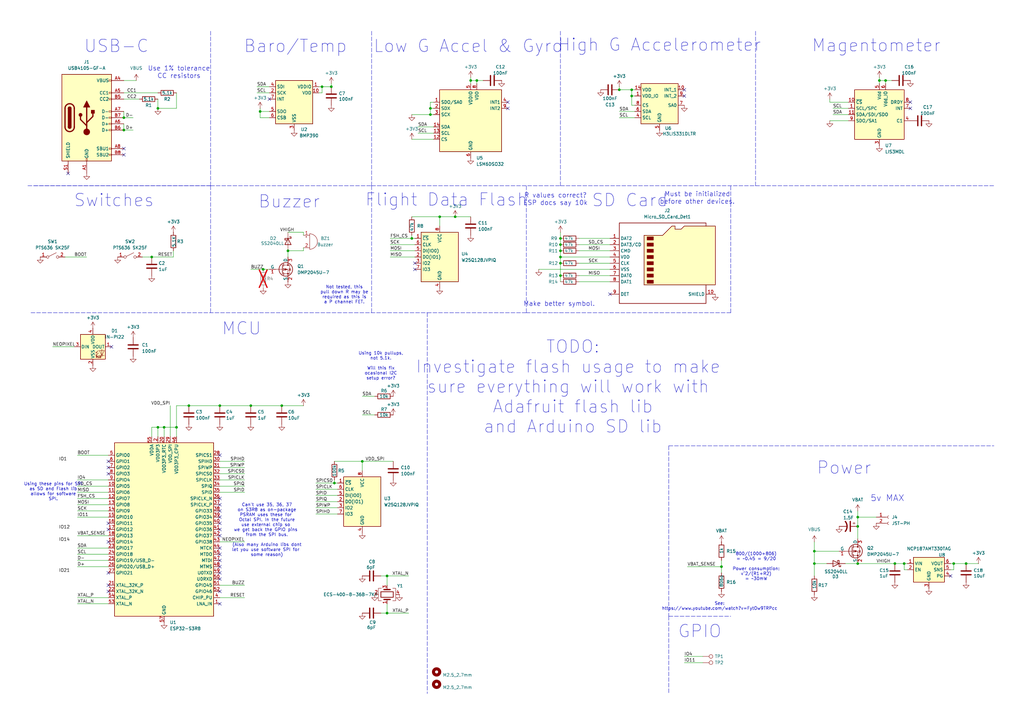
<source format=kicad_sch>
(kicad_sch (version 20231120) (generator "eeschema") (generator_version "8.0")
  (paper "A3")
  (title_block (title "Aerochungus Flight Recorder") (date "2024-10-29") (rev "R1") (company "Chungus Aerospace"))
  (junction (at 254 36.83))
  (junction (at 186.69 88.9))
  (junction (at 106.68 45.72))
  (junction (at 229.87 97.79))
  (junction (at 351.79 212.09))
  (junction (at 64.77 175.26))
  (junction (at 176.53 44.45))
  (junction (at 135.89 35.56))
  (junction (at 295.91 232.41))
  (junction (at 102.87 166.37))
  (junction (at 334.01 231.14))
  (junction (at 229.87 113.03))
  (junction (at 396.24 231.14))
  (junction (at 360.68 33.02))
  (junction (at 107.95 110.49))
  (junction (at 90.17 166.37))
  (junction (at 158.75 251.46))
  (junction (at 72.39 175.26))
  (junction (at 229.87 102.87))
  (junction (at 334.01 226.06))
  (junction (at 259.08 39.37))
  (junction (at 391.16 231.14))
  (junction (at 259.08 36.83))
  (junction (at 229.87 107.95))
  (junction (at 148.59 189.23))
  (junction (at 62.23 105.41))
  (junction (at 351.79 231.14))
  (junction (at 363.22 33.02))
  (junction (at 229.87 100.33))
  (junction (at 195.58 33.02))
  (junction (at 64.77 44.45))
  (junction (at 367.03 231.14))
  (junction (at 132.08 35.56))
  (junction (at 67.31 175.26))
  (junction (at 176.53 46.99))
  (junction (at 158.75 236.22))
  (junction (at 50.8 48.26))
  (junction (at 50.8 53.34))
  (junction (at 115.57 166.37))
  (junction (at 137.16 198.12))
  (junction (at 168.91 97.79))
  (junction (at 229.87 105.41))
  (junction (at 351.79 215.9))
  (junction (at 180.34 88.9))
  (junction (at 118.11 102.87))
  (junction (at 193.04 33.02))
  (junction (at 77.47 166.37))
  (junction (at 370.84 231.14))
  (no_connect (at 44.45 242.57))
  (no_connect (at 373.38 44.45))
  (no_connect (at 44.45 191.77))
  (no_connect (at 44.45 194.31))
  (no_connect (at 90.17 224.79))
  (no_connect (at 280.67 39.37))
  (no_connect (at 50.8 60.96))
  (no_connect (at 44.45 214.63))
  (no_connect (at 373.38 41.91))
  (no_connect (at 90.17 207.01))
  (no_connect (at 27.94 71.12))
  (no_connect (at 208.28 44.45))
  (no_connect (at 90.17 237.49))
  (no_connect (at 90.17 217.17))
  (no_connect (at 90.17 227.33))
  (no_connect (at 90.17 212.09))
  (no_connect (at 50.8 63.5))
  (no_connect (at 44.45 189.23))
  (no_connect (at 90.17 209.55))
  (no_connect (at 44.45 234.95))
  (no_connect (at 170.18 110.49))
  (no_connect (at 90.17 229.87))
  (no_connect (at 90.17 214.63))
  (no_connect (at 250.19 120.65))
  (no_connect (at 90.17 234.95))
  (no_connect (at 90.17 186.69))
  (no_connect (at 389.89 236.22))
  (no_connect (at 90.17 204.47))
  (no_connect (at 44.45 222.25))
  (no_connect (at 110.49 40.64))
  (no_connect (at 44.45 240.03))
  (no_connect (at 90.17 242.57))
  (no_connect (at 45.72 142.24))
  (no_connect (at 170.18 107.95))
  (no_connect (at 44.45 217.17))
  (no_connect (at 90.17 219.71))
  (no_connect (at 280.67 36.83))
  (no_connect (at 90.17 247.65))
  (no_connect (at 208.28 41.91))
  (no_connect (at 90.17 232.41))
  (wire (pts (xy 229.87 105.41) (xy 229.87 107.95)))
  (polyline (pts (xy 12.7 128.27) (xy 175.26 128.27)) (stroke (width 0) (type dash)))
  (wire (pts (xy 148.59 170.18) (xy 153.67 170.18)))
  (wire (pts (xy 50.8 50.8) (xy 50.8 53.34)))
  (wire (pts (xy 260.35 36.83) (xy 259.08 36.83)))
  (wire (pts (xy 31.75 247.65) (xy 44.45 247.65)))
  (wire (pts (xy 148.59 189.23) (xy 148.59 193.04)))
  (wire (pts (xy 176.53 46.99) (xy 177.8 46.99)))
  (wire (pts (xy 31.75 209.55) (xy 44.45 209.55)))
  (wire (pts (xy 237.49 102.87) (xy 250.19 102.87)))
  (wire (pts (xy 72.39 166.37) (xy 77.47 166.37)))
  (wire (pts (xy 370.84 231.14) (xy 372.11 231.14)))
  (wire (pts (xy 340.36 41.91) (xy 347.98 41.91)))
  (wire (pts (xy 106.68 44.45) (xy 106.68 45.72)))
  (wire (pts (xy 176.53 44.45) (xy 176.53 46.99)))
  (wire (pts (xy 124.46 95.25) (xy 124.46 96.52)))
  (wire (pts (xy 254 48.26) (xy 260.35 48.26)))
  (wire (pts (xy 372.11 233.68) (xy 370.84 233.68)))
  (wire (pts (xy 135.89 34.29) (xy 135.89 35.56)))
  (wire (pts (xy 260.35 39.37) (xy 259.08 39.37)))
  (wire (pts (xy 391.16 233.68) (xy 391.16 231.14)))
  (wire (pts (xy 156.21 236.22) (xy 158.75 236.22)))
  (polyline (pts (xy 309.88 76.2) (xy 309.88 12.7)) (stroke (width 0) (type dash)))
  (wire (pts (xy 389.89 231.14) (xy 391.16 231.14)))
  (wire (pts (xy 72.39 175.26) (xy 67.31 175.26)))
  (wire (pts (xy 130.81 35.56) (xy 132.08 35.56)))
  (wire (pts (xy 193.04 31.75) (xy 193.04 33.02)))
  (wire (pts (xy 31.75 186.69) (xy 44.45 186.69)))
  (wire (pts (xy 132.08 38.1) (xy 132.08 35.56)))
  (wire (pts (xy 31.75 199.39) (xy 44.45 199.39)))
  (wire (pts (xy 50.8 33.02) (xy 55.88 33.02)))
  (wire (pts (xy 229.87 113.03) (xy 229.87 115.57)))
  (wire (pts (xy 50.8 45.72) (xy 50.8 48.26)))
  (wire (pts (xy 367.03 231.14) (xy 370.84 231.14)))
  (wire (pts (xy 106.68 48.26) (xy 106.68 45.72)))
  (wire (pts (xy 351.79 231.14) (xy 367.03 231.14)))
  (wire (pts (xy 351.79 212.09) (xy 359.41 212.09)))
  (polyline (pts (xy 86.36 76.2) (xy 86.36 12.7)) (stroke (width 0) (type dash)))
  (wire (pts (xy 193.04 33.02) (xy 195.58 33.02)))
  (wire (pts (xy 129.54 208.28) (xy 138.43 208.28)))
  (wire (pts (xy 158.75 251.46) (xy 167.64 251.46)))
  (polyline (pts (xy 11.43 76.2) (xy 86.36 76.2)) (stroke (width 0) (type dash)))
  (wire (pts (xy 229.87 107.95) (xy 229.87 113.03)))
  (wire (pts (xy 340.36 40.64) (xy 340.36 41.91)))
  (wire (pts (xy 90.17 222.25) (xy 100.33 222.25)))
  (wire (pts (xy 334.01 222.25) (xy 334.01 226.06)))
  (wire (pts (xy 31.75 207.01) (xy 44.45 207.01)))
  (wire (pts (xy 281.94 232.41) (xy 295.91 232.41)))
  (wire (pts (xy 389.89 233.68) (xy 391.16 233.68)))
  (wire (pts (xy 280.67 271.78) (xy 288.29 271.78)))
  (wire (pts (xy 180.34 88.9) (xy 186.69 88.9)))
  (wire (pts (xy 186.69 88.9) (xy 193.04 88.9)))
  (wire (pts (xy 71.12 105.41) (xy 62.23 105.41)))
  (wire (pts (xy 72.39 166.37) (xy 72.39 175.26)))
  (wire (pts (xy 90.17 199.39) (xy 100.33 199.39)))
  (wire (pts (xy 176.53 41.91) (xy 176.53 44.45)))
  (wire (pts (xy 237.49 113.03) (xy 250.19 113.03)))
  (wire (pts (xy 124.46 102.87) (xy 124.46 101.6)))
  (polyline (pts (xy 215.9 76.2) (xy 215.9 128.27)) (stroke (width 0) (type dash)))
  (polyline (pts (xy 86.36 76.2) (xy 152.4 76.2)) (stroke (width 0) (type dash)))
  (wire (pts (xy 160.02 97.79) (xy 168.91 97.79)))
  (polyline (pts (xy 274.32 252.73) (xy 274.32 284.48)) (stroke (width 0) (type dash)))
  (wire (pts (xy 21.59 142.24) (xy 30.48 142.24)))
  (polyline (pts (xy 229.87 76.2) (xy 229.87 12.7)) (stroke (width 0) (type dash)))
  (wire (pts (xy 259.08 39.37) (xy 259.08 36.83)))
  (wire (pts (xy 229.87 95.25) (xy 229.87 97.79)))
  (wire (pts (xy 346.71 231.14) (xy 351.79 231.14)))
  (wire (pts (xy 67.31 179.07) (xy 67.31 175.26)))
  (wire (pts (xy 295.91 229.87) (xy 295.91 232.41)))
  (polyline (pts (xy 274.32 182.88) (xy 274.32 252.73)) (stroke (width 0) (type dash)))
  (wire (pts (xy 254 35.56) (xy 254 36.83)))
  (wire (pts (xy 160.02 100.33) (xy 170.18 100.33)))
  (wire (pts (xy 26.67 105.41) (xy 35.56 105.41)))
  (polyline (pts (xy 229.87 76.2) (xy 309.88 76.2)) (stroke (width 0) (type dash)))
  (wire (pts (xy 171.45 52.07) (xy 177.8 52.07)))
  (wire (pts (xy 105.41 38.1) (xy 110.49 38.1)))
  (wire (pts (xy 50.8 40.64) (xy 57.15 40.64)))
  (wire (pts (xy 115.57 166.37) (xy 124.46 166.37)))
  (wire (pts (xy 107.95 110.49) (xy 110.49 110.49)))
  (wire (pts (xy 195.58 33.02) (xy 195.58 34.29)))
  (wire (pts (xy 158.75 236.22) (xy 167.64 236.22)))
  (wire (pts (xy 334.01 226.06) (xy 334.01 231.14)))
  (wire (pts (xy 168.91 57.15) (xy 177.8 57.15)))
  (polyline (pts (xy 175.26 128.27) (xy 175.26 284.48)) (stroke (width 0) (type dash)))
  (wire (pts (xy 31.75 245.11) (xy 44.45 245.11)))
  (wire (pts (xy 72.39 179.07) (xy 72.39 175.26)))
  (polyline (pts (xy 299.72 128.27) (xy 215.9 128.27)) (stroke (width 0) (type dash)))
  (wire (pts (xy 106.68 45.72) (xy 110.49 45.72)))
  (wire (pts (xy 64.77 40.64) (xy 64.77 44.45)))
  (wire (pts (xy 171.45 54.61) (xy 177.8 54.61)))
  (wire (pts (xy 129.54 210.82) (xy 138.43 210.82)))
  (wire (pts (xy 137.16 189.23) (xy 148.59 189.23)))
  (polyline (pts (xy 299.72 128.27) (xy 299.72 76.2)) (stroke (width 0) (type dash)))
  (wire (pts (xy 129.54 200.66) (xy 138.43 200.66)))
  (wire (pts (xy 148.59 189.23) (xy 161.29 189.23)))
  (polyline (pts (xy 152.4 76.2) (xy 152.4 12.7)) (stroke (width 0) (type dash)))
  (wire (pts (xy 110.49 48.26) (xy 106.68 48.26)))
  (wire (pts (xy 229.87 100.33) (xy 229.87 102.87)))
  (wire (pts (xy 237.49 100.33) (xy 250.19 100.33)))
  (wire (pts (xy 118.11 102.87) (xy 118.11 105.41)))
  (wire (pts (xy 360.68 33.02) (xy 363.22 33.02)))
  (wire (pts (xy 351.79 209.55) (xy 351.79 212.09)))
  (wire (pts (xy 360.68 33.02) (xy 360.68 34.29)))
  (polyline (pts (xy 152.4 76.2) (xy 152.4 128.27)) (stroke (width 0) (type dash)))
  (wire (pts (xy 168.91 96.52) (xy 168.91 97.79)))
  (wire (pts (xy 259.08 36.83) (xy 254 36.83)))
  (wire (pts (xy 168.91 88.9) (xy 180.34 88.9)))
  (wire (pts (xy 280.67 269.24) (xy 288.29 269.24)))
  (wire (pts (xy 90.17 196.85) (xy 100.33 196.85)))
  (polyline (pts (xy 152.4 76.2) (xy 229.87 76.2)) (stroke (width 0) (type dash)))
  (wire (pts (xy 137.16 196.85) (xy 137.16 198.12)))
  (wire (pts (xy 180.34 92.71) (xy 180.34 88.9)))
  (wire (pts (xy 90.17 240.03) (xy 100.33 240.03)))
  (wire (pts (xy 156.21 251.46) (xy 158.75 251.46)))
  (wire (pts (xy 259.08 43.18) (xy 259.08 39.37)))
  (wire (pts (xy 176.53 46.99) (xy 168.91 46.99)))
  (wire (pts (xy 118.11 95.25) (xy 124.46 95.25)))
  (polyline (pts (xy 13.97 76.2) (xy 86.36 76.2)) (stroke (width 0) (type dash)))
  (wire (pts (xy 31.75 219.71) (xy 44.45 219.71)))
  (wire (pts (xy 254 45.72) (xy 260.35 45.72)))
  (wire (pts (xy 334.01 226.06) (xy 344.17 226.06)))
  (wire (pts (xy 237.49 107.95) (xy 250.19 107.95)))
  (wire (pts (xy 102.87 110.49) (xy 107.95 110.49)))
  (wire (pts (xy 220.98 110.49) (xy 250.19 110.49)))
  (wire (pts (xy 31.75 229.87) (xy 44.45 229.87)))
  (wire (pts (xy 62.23 175.26) (xy 64.77 175.26)))
  (wire (pts (xy 158.75 247.65) (xy 158.75 251.46)))
  (wire (pts (xy 90.17 189.23) (xy 100.33 189.23)))
  (wire (pts (xy 31.75 224.79) (xy 44.45 224.79)))
  (wire (pts (xy 195.58 33.02) (xy 198.12 33.02)))
  (wire (pts (xy 124.46 102.87) (xy 118.11 102.87)))
  (wire (pts (xy 260.35 43.18) (xy 259.08 43.18)))
  (wire (pts (xy 90.17 191.77) (xy 100.33 191.77)))
  (wire (pts (xy 340.36 49.53) (xy 347.98 49.53)))
  (wire (pts (xy 90.17 201.93) (xy 100.33 201.93)))
  (wire (pts (xy 69.85 166.37) (xy 69.85 179.07)))
  (polyline (pts (xy 86.36 76.2) (xy 86.36 128.27)) (stroke (width 0) (type dash)))
  (wire (pts (xy 250.19 97.79) (xy 237.49 97.79)))
  (wire (pts (xy 351.79 215.9) (xy 351.79 220.98)))
  (wire (pts (xy 129.54 203.2) (xy 138.43 203.2)))
  (wire (pts (xy 237.49 115.57) (xy 250.19 115.57)))
  (wire (pts (xy 132.08 35.56) (xy 135.89 35.56)))
  (wire (pts (xy 64.77 44.45) (xy 72.39 44.45)))
  (wire (pts (xy 363.22 33.02) (xy 365.76 33.02)))
  (wire (pts (xy 129.54 198.12) (xy 137.16 198.12)))
  (wire (pts (xy 31.75 212.09) (xy 44.45 212.09)))
  (wire (pts (xy 31.75 232.41) (xy 44.45 232.41)))
  (wire (pts (xy 229.87 97.79) (xy 229.87 100.33)))
  (wire (pts (xy 31.75 227.33) (xy 44.45 227.33)))
  (wire (pts (xy 64.77 175.26) (xy 64.77 179.07)))
  (wire (pts (xy 90.17 245.11) (xy 100.33 245.11)))
  (wire (pts (xy 67.31 175.26) (xy 64.77 175.26)))
  (polyline (pts (xy 309.88 76.2) (xy 407.67 76.2)) (stroke (width 0) (type dash)))
  (wire (pts (xy 90.17 166.37) (xy 102.87 166.37)))
  (polyline (pts (xy 175.26 128.27) (xy 215.9 128.27)) (stroke (width 0) (type dash)))
  (wire (pts (xy 58.42 105.41) (xy 62.23 105.41)))
  (wire (pts (xy 229.87 105.41) (xy 250.19 105.41)))
  (wire (pts (xy 129.54 205.74) (xy 138.43 205.74)))
  (wire (pts (xy 105.41 35.56) (xy 110.49 35.56)))
  (wire (pts (xy 370.84 233.68) (xy 370.84 231.14)))
  (wire (pts (xy 396.24 231.14) (xy 401.32 231.14)))
  (wire (pts (xy 160.02 102.87) (xy 170.18 102.87)))
  (wire (pts (xy 229.87 102.87) (xy 229.87 105.41)))
  (wire (pts (xy 168.91 97.79) (xy 170.18 97.79)))
  (wire (pts (xy 176.53 44.45) (xy 177.8 44.45)))
  (wire (pts (xy 363.22 33.02) (xy 363.22 34.29)))
  (wire (pts (xy 295.91 232.41) (xy 295.91 234.95)))
  (wire (pts (xy 31.75 201.93) (xy 44.45 201.93)))
  (wire (pts (xy 130.81 38.1) (xy 132.08 38.1)))
  (wire (pts (xy 341.63 44.45) (xy 347.98 44.45)))
  (wire (pts (xy 50.8 48.26) (xy 54.61 48.26)))
  (wire (pts (xy 137.16 198.12) (xy 138.43 198.12)))
  (wire (pts (xy 176.53 41.91) (xy 177.8 41.91)))
  (wire (pts (xy 160.02 105.41) (xy 170.18 105.41)))
  (wire (pts (xy 341.63 46.99) (xy 347.98 46.99)))
  (polyline (pts (xy 274.32 182.88) (xy 407.67 182.88)) (stroke (width 0) (type dash)))
  (wire (pts (xy 360.68 31.75) (xy 360.68 33.02)))
  (wire (pts (xy 31.75 204.47) (xy 44.45 204.47)))
  (wire (pts (xy 90.17 194.31) (xy 100.33 194.31)))
  (wire (pts (xy 102.87 166.37) (xy 115.57 166.37)))
  (wire (pts (xy 193.04 33.02) (xy 193.04 34.29)))
  (wire (pts (xy 334.01 231.14) (xy 339.09 231.14)))
  (wire (pts (xy 148.59 162.56) (xy 153.67 162.56)))
  (wire (pts (xy 31.75 196.85) (xy 44.45 196.85)))
  (wire (pts (xy 77.47 166.37) (xy 90.17 166.37)))
  (wire (pts (xy 351.79 212.09) (xy 351.79 215.9)))
  (wire (pts (xy 334.01 231.14) (xy 334.01 236.22)))
  (wire (pts (xy 158.75 236.22) (xy 158.75 240.03)))
  (wire (pts (xy 50.8 53.34) (xy 54.61 53.34)))
  (wire (pts (xy 72.39 38.1) (xy 72.39 44.45)))
  (polyline (pts (xy 274.32 252.73) (xy 299.72 252.73)) (stroke (width 0) (type dash)))
  (wire (pts (xy 50.8 38.1) (xy 64.77 38.1)))
  (wire (pts (xy 71.12 102.87) (xy 71.12 105.41)))
  (wire (pts (xy 62.23 179.07) (xy 62.23 175.26)))
  (wire (pts (xy 391.16 231.14) (xy 396.24 231.14)))
  (text "GPIO" (at 287.02 259.08 0) (effects (font (size 5.08 5.08))))
  (text "Baro/Temp" (at 121.158 19.05 0) (effects (font (size 5.08 5.08))))
  (text "TODO:\nInvestigate flash usage to make \nsure everything will work with \nAdafruit flash lib\nand Arduino SD lib\n" (at 234.95 158.75 0) (effects (font (size 5.08 5.08))))
  (text "Switches\n" (at 46.736 82.296 0) (effects (font (size 5.08 5.08))))
  (text "Low G Accel & Gyro" (at 192.024 19.05 0) (effects (font (size 5.08 5.08))))
  (text "Use 1% tolerance\nCC resistors" (at 73.406 29.718 0) (effects (font (size 1.905 1.905))))
  (text "800/(1000+806)\n= ~0.45 = 9/20\n\nPower consumption:\nv^2/(R1+R2)\n= ~30mW" (at 310.134 232.41 0) (effects (font (size 1.27 1.27))))
  (text "Flight Data Flash" (at 183.134 82.042 0) (effects (font (size 5.08 5.08))))
  (text "SD Card" (at 258.318 82.296 0) (effects (font (size 5.08 5.08))))
  (text "5v MAX" (at 363.982 204.47 0) (effects (font (size 2.54 2.54))))
  (text "Not tested, this\npull down R may be\nrequired as this is\na P channel FET." (at 141.224 120.904 0) (effects (font (size 1.27 1.27))))
  (text "MCU" (at 99.06 134.874 0) (effects (font (size 5.08 5.08))))
  (text "Power\n" (at 346.202 192.024 0) (effects (font (size 5.08 5.08))))
  (text "Using these pins for SPI\nas SD and Flash lib\nallows for software\nSPI." (at 21.844 201.676 0) (effects (font (size 1.27 1.27))))
  (text "USB-C\n" (at 47.752 19.05 0) (effects (font (size 5.08 5.08))))
  (text "R values correct?\nESP docs say 10k" (at 227.838 81.788 0) (effects (font (size 1.905 1.905))))
  (text "See:\nhttps://www.youtube.com/watch?v=FytOw9TRPcc" (at 295.148 248.666 0) (effects (font (size 1.27 1.27))))
  (text "Make better symbol." (at 229.362 124.714 0) (effects (font (size 1.905 1.905))))
  (text "Must be initialized\nbefore other devices." (at 286.004 81.28 0) (effects (font (size 1.905 1.905))))
  (text "High G Accelerometer\n" (at 270.51 18.542 0) (effects (font (size 5.08 5.08))))
  (text "Using 10k pullups,\nnot 5.1k.\n\nWill this fix\nocasional I2C\nsetup error?" (at 156.21 150.114 0) (effects (font (size 1.27 1.27))))
  (text "Magentometer" (at 359.41 18.796 0) (effects (font (size 5.08 5.08))))
  (text "Can't use 35, 36, 37\non S3R8 as on-package\nPSRAM uses these for \nOctal SPI. In the future\nuse external chip so \nwe get back the GPIO pins \nfrom the SPI bus.\n\n(Also many Arduino libs dont\nlet you use software SPI for \nsome reason)" (at 109.474 217.424 0) (effects (font (size 1.27 1.27))))
  (text "Buzzer\n" (at 118.618 82.804 0) (effects (font (size 5.08 5.08))))
  (label "SPIWP" (at 129.54 208.28 0))
  (label "IO14" (at 24.13 222.25 0))
  (label "SCK" (at 160.02 100.33 0))
  (label "IO1" (at 24.13 189.23 0))
  (label "SD_CS" (at 241.3 100.33 0))
  (label "D+" (at 54.61 53.34 180))
  (label "SDA" (at 254 45.72 0))
  (label "VHIGH" (at 359.41 231.14 0))
  (label "FSH_CS" (at 160.02 97.79 0))
  (label "SPID" (at 129.54 203.2 0))
  (label "SCL" (at 254 48.26 0))
  (label "SPID" (at 100.33 201.93 180))
  (label "SDA" (at 341.63 46.99 0))
  (label "D+" (at 31.75 232.41 0))
  (label "VDD_SPI" (at 69.85 166.37 180))
  (label "XTAL_N" (at 31.75 247.65 0))
  (label "IO12" (at 24.13 217.17 0))
  (label "IO21" (at 24.13 234.95 0))
  (label "NEOPIXEL" (at 21.59 142.24 0))
  (label "SPIQ" (at 100.33 199.39 180))
  (label "SDA" (at 31.75 224.79 0))
  (label "VBAT_SENSE" (at 31.75 219.71 0))
  (label "SDA" (at 105.41 35.56 0))
  (label "XTAL_P" (at 31.75 245.11 0))
  (label "SPICLK" (at 129.54 200.66 0))
  (label "SPICLK" (at 100.33 196.85 180))
  (label "MISO" (at 160.02 105.41 0))
  (label "XTAL_P" (at 167.64 251.46 180))
  (label "IO4" (at 31.75 196.85 0))
  (label "SDA" (at 171.45 52.07 0))
  (label "MISO" (at 31.75 201.93 0))
  (label "IO4" (at 280.67 269.24 0))
  (label "SPIWP" (at 100.33 191.77 180))
  (label "SCL" (at 171.45 54.61 0))
  (label "VBAT_SENSE" (at 281.94 232.41 0))
  (label "MOSI" (at 31.75 207.01 0))
  (label "NEOPIXEL" (at 100.33 222.25 180))
  (label "VHIGH" (at 120.65 95.25 180))
  (label "SPIHD" (at 100.33 189.23 180))
  (label "IO11" (at 280.67 271.78 0))
  (label "SCL" (at 105.41 38.1 0))
  (label "BOOT" (at 35.56 105.41 180))
  (label "SCL" (at 31.75 227.33 0))
  (label "SCK" (at 31.75 209.55 0))
  (label "MOSI" (at 241.3 102.87 0))
  (label "SPIHD" (at 129.54 210.82 0))
  (label "SCL" (at 341.63 44.45 0))
  (label "D-" (at 54.61 48.26 180))
  (label "SPIQ" (at 129.54 205.74 0))
  (label "MOSI" (at 160.02 102.87 0))
  (label "D-" (at 31.75 229.87 0))
  (label "BUZZ" (at 102.87 110.49 0))
  (label "CC2" (at 52.07 40.64 0))
  (label "IO11" (at 31.75 212.09 0))
  (label "CC1" (at 52.07 38.1 0))
  (label "RESET" (at 100.33 245.11 180))
  (label "MISO" (at 241.3 113.03 0))
  (label "SPICS0" (at 129.54 198.12 0))
  (label "SCL" (at 148.59 170.18 0))
  (label "SDA" (at 148.59 162.56 0))
  (label "SCK" (at 241.3 107.95 0))
  (label "FSH_CS" (at 31.75 204.47 0))
  (label "RESET" (at 64.77 105.41 0))
  (label "VDD_SPI" (at 149.86 189.23 0))
  (label "SPICS0" (at 100.33 194.31 180))
  (label "BOOT" (at 31.75 186.69 0))
  (label "SD_CS" (at 31.75 199.39 0))
  (label "XTAL_N" (at 167.64 236.22 180))
  (label "BUZZ" (at 100.33 240.03 180))
  (symbol (lib_id "power:+3V3") (at 401.32 231.14 0) (unit 1)
    (property "Reference" "#PWR065" (effects (hide yes)))
    (property "Value" "+3V3" (at 401.32 226.822 0))
    (property "Description" "Power symbol creates a global label with name \"+3V3\"" (effects (hide yes)))
  )
  (symbol (lib_id "power:GND") (at 148.59 236.22 0) (unit 1)
    (property "Reference" "#PWR025" (effects (hide yes)))
    (property "Value" "GND" (effects (hide yes)))
    (property "Description" "Power symbol creates a global label with name \"GND\" , ground" (effects (hide yes)))
  )
  (symbol (lib_id "power:GND") (at 62.23 113.03 0) (unit 1)
    (property "Reference" "#PWR012" (effects (hide yes)))
    (property "Value" "GND" (effects (hide yes)))
    (property "Description" "Power symbol creates a global label with name \"GND\" , ground" (effects (hide yes)))
  )
  (symbol (lib_id "Mechanical:MountingHole") (at 179.07 280.67 0) (unit 1) (in_bom no)
    (property "Reference" "H2" (effects (hide yes)))
    (property "Value" "M2.5_2.7mm" (at 181.61 281.94 0) (effects (justify left)))
    (property "Footprint" "besser_footprints:M2.5_2.7mm_hole" (effects (hide yes)))
    (property "Description" "Mounting Hole without connection" (effects (hide yes)))
  )
  (symbol (lib_id "power:GND") (at 16.51 105.41 0) (mirror y) (unit 1)
    (property "Reference" "#PWR01" (effects (hide yes)))
    (property "Value" "GND" (effects (hide yes)))
    (property "Description" "Power symbol creates a global label with name \"GND\" , ground" (effects (hide yes)))
  )
  (symbol (lib_id "power:GND") (at 120.65 53.34 0) (unit 1)
    (property "Reference" "#PWR020" (effects (hide yes)))
    (property "Value" "GND" (effects (hide yes)))
    (property "Description" "Power symbol creates a global label with name \"GND\" , ground" (effects (hide yes)))
  )
  (symbol (lib_id "power:GND") (at 359.41 214.63 0) (unit 1)
    (property "Reference" "#PWR057" (effects (hide yes)))
    (property "Value" "GND" (effects (hide yes)))
    (property "Description" "Power symbol creates a global label with name \"GND\" , ground" (effects (hide yes)))
  )
  (symbol (lib_id "besserLib:NCP187") (at 381 233.68 0) (unit 1)
    (property "Reference" "U8" (at 386.334 227.584 0))
    (property "Value" "NCP187AMT330TAG" (at 381 225.044 0))
    (property "Footprint" "besser_footprints:6-WDFN_2x2mm_EP" (effects (hide yes)))
    (property "Datasheet" "https://www.digikey.com/en/products/detail/onsemi/NCP187AMT330TAG/10273441" (effects (hide yes)))
    (property "Description" "LDO" (effects (hide yes)))
  )
  (symbol (lib_id "power:+3V3") (at 254 35.56 0) (unit 1)
    (property "Reference" "#PWR043" (effects (hide yes)))
    (property "Value" "+3V3" (at 254 31.242 0))
    (property "Description" "Power symbol creates a global label with name \"+3V3\"" (effects (hide yes)))
  )
  (symbol (lib_id "Connector:TestPoint") (at 288.29 269.24 270) (unit 1)
    (property "Reference" "TP1" (at 293.116 269.24 90) (effects (justify left)))
    (property "Value" "TestPoint" (effects (hide yes)))
    (property "Footprint" "TestPoint:TestPoint_Pad_1.0x1.0mm" (effects (hide yes)))
    (property "Description" "test point" (effects (hide yes)))
  )
  (symbol (lib_id "power:GND") (at 64.77 44.45 0) (unit 1)
    (property "Reference" "#PWR010" (effects (hide yes)))
    (property "Value" "GND" (effects (hide yes)))
    (property "Description" "Power symbol creates a global label with name \"GND\" , ground" (effects (hide yes)))
  )
  (symbol (lib_id "Device:R") (at 233.68 100.33 90) (unit 1)
    (property "Reference" "R10" (at 228.854 100.33 90) (effects (justify left)))
    (property "Value" "47k" (at 235.204 100.33 90) (effects (justify left)))
    (property "Footprint" "Capacitor_SMD:C_0603_1608Metric" (effects (hide yes)))
    (property "Description" "Resistor" (effects (hide yes)))
  )
  (symbol (lib_id "Device:R") (at 233.68 102.87 90) (unit 1)
    (property "Reference" "R11" (at 228.854 102.87 90) (effects (justify left)))
    (property "Value" "47k" (at 235.204 102.87 90) (effects (justify left)))
    (property "Footprint" "Capacitor_SMD:C_0603_1608Metric" (effects (hide yes)))
    (property "Description" "Resistor" (effects (hide yes)))
  )
  (symbol (lib_id "power:+3V3") (at 193.04 31.75 0) (unit 1)
    (property "Reference" "#PWR036" (effects (hide yes)))
    (property "Value" "+3V3" (at 193.04 27.432 0))
    (property "Description" "Power symbol creates a global label with name \"+3V3\"" (effects (hide yes)))
  )
  (symbol (lib_id "Sensor_Magnetic:LIS3MDL") (at 360.68 46.99 0) (unit 1)
    (property "Reference" "U7" (at 363.0034 59.69 0) (effects (justify left)))
    (property "Value" "LIS3MDL" (at 363.0034 62.23 0) (effects (justify left)))
    (property "Footprint" "Package_LGA:LGA-12_2x2mm_P0.5mm" (effects (hide yes)))
    (property "Datasheet" "https://www.st.com/resource/en/datasheet/lis3mdl.pdf" (effects (hide yes)))
    (property "Description" "Ultra-low-power, 3-axis digital output magnetometer, LGA-12" (effects (hide yes)))
  )
  (symbol (lib_id "Device:R") (at 334.01 240.03 0) (unit 1)
    (property "Reference" "R17" (at 335.534 240.03 0) (effects (justify left)))
    (property "Value" "10k" (at 334.01 241.554 90) (effects (justify left)))
    (property "Footprint" "Capacitor_SMD:C_0603_1608Metric" (effects (hide yes)))
    (property "Description" "Resistor" (effects (hide yes)))
  )
  (symbol (lib_id "Connector:Micro_SD_Card_Det1") (at 273.05 107.95 0) (unit 1)
    (property "Reference" "J2" (at 273.685 86.36 0))
    (property "Value" "Micro_SD_Card_Det1" (at 273.685 88.9 0))
    (property "Footprint" "besser_footprints:GCT_MEM2061-01-188-00-A_REVA" (effects (hide yes)))
    (property "Datasheet" "https://www.digikey.com/en/products/detail/gct/MEM2061-01-188-00-A/9859612" (effects (hide yes)))
    (property "Description" "Micro SD Card Socket with one card detection pin" (effects (hide yes)))
  )
  (symbol (lib_id "Connector:Conn_01x02_Socket") (at 364.49 212.09 0) (unit 1)
    (property "Reference" "J4" (at 365.76 212.09 0) (effects (justify left)))
    (property "Value" "JST-PH" (at 365.76 214.63 0) (effects (justify left)))
    (property "Footprint" "Connector_JST:JST_PH_S2B-PH-SM4-TB_1x02-1MP_P2.00mm_Horizontal" (effects (hide yes)))
    (property "Description" "Generic connector, single row, 01x02, script generated" (effects (hide yes)))
  )
  (symbol (lib_id "Diode:NSR0340HT1G") (at 118.11 99.06 270) (unit 1)
    (property "Reference" "D2" (at 112.014 97.79 90))
    (property "Value" "SS2040LL" (at 111.76 99.822 90))
    (property "Footprint" "Diode_SMD:D_SOD-123" (effects (hide yes)))
    (property "Datasheet" "https://www.digikey.com/en/products/detail/panjit-international-inc/SS2040LL-R1-00001/14660534" (effects (hide yes)))
  )
  (symbol (lib_id "Device:C") (at 115.57 170.18 0) (unit 1)
    (property "Reference" "C6" (at 118.11 168.91 0) (effects (justify left)))
    (property "Value" "10uF" (at 118.11 171.45 0) (effects (justify left)))
    (property "Footprint" "Capacitor_SMD:C_0603_1608Metric" (effects (hide yes)))
    (property "Description" "Unpolarized capacitor" (effects (hide yes)))
  )
  (symbol (lib_id "power:+5V") (at 295.91 222.25 0) (unit 1)
    (property "Reference" "#PWR049" (effects (hide yes)))
    (property "Value" "VBAT" (at 295.91 217.678 0))
    (property "Description" "Power symbol creates a global label with name \"+5V\"" (effects (hide yes)))
  )
  (symbol (lib_id "Device:C") (at 102.87 170.18 0) (unit 1)
    (property "Reference" "C5" (at 105.664 168.91 0) (effects (justify left)))
    (property "Value" "1uF" (at 105.664 171.45 0) (effects (justify left)))
    (property "Footprint" "Capacitor_SMD:C_0603_1608Metric" (effects (hide yes)))
    (property "Description" "Unpolarized capacitor" (effects (hide yes)))
  )
  (symbol (lib_id "power:GND") (at 367.03 238.76 0) (unit 1)
    (property "Reference" "#PWR060" (effects (hide yes)))
    (property "Value" "GND" (effects (hide yes)))
    (property "Description" "Power symbol creates a global label with name \"GND\" , ground" (effects (hide yes)))
  )
  (symbol (lib_id "power:+3V3") (at 340.36 40.64 0) (unit 1)
    (property "Reference" "#PWR053" (effects (hide yes)))
    (property "Value" "+3V3" (at 340.36 36.322 0))
    (property "Description" "Power symbol creates a global label with name \"+3V3\"" (effects (hide yes)))
  )
  (symbol (lib_id "Device:Crystal_GND24") (at 158.75 243.84 90) (unit 1)
    (property "Reference" "Y1" (at 164.084 240.284 90))
    (property "Value" "ECS-400-8-36B-7KY" (at 143.764 243.84 90))
    (property "Footprint" "Crystal:Crystal_SMD_EuroQuartz_X22-4Pin_2.5x2.0mm" (effects (hide yes)))
    (property "Datasheet" "https://www.digikey.com/en/products/detail/ecs-inc/ECS-400-8-36B-7KY-TR/13532125" (effects (hide yes)))
    (property "Description" "Four pin crystal, GND on pins 2 and 4" (effects (hide yes)))
  )
  (symbol (lib_id "MCU_Espressif:ESP32-S3") (at 67.31 217.17 0) (unit 1)
    (property "Reference" "U1" (at 69.6334 255.27 0) (effects (justify left)))
    (property "Value" "ESP32-S3R8" (at 69.6334 257.81 0) (effects (justify left)))
    (property "Footprint" "Package_DFN_QFN:QFN-56-1EP_7x7mm_P0.4mm_EP4x4mm" (effects (hide yes)))
    (property "Datasheet" "https://www.digikey.com/en/products/detail/espressif-systems/ESP32-S3R8/15822451" (effects (hide yes)))
    (property "Description" "Microcontroller, Wi-Fi 802.11b/g/n, Bluetooth, 32bit" (effects (hide yes)))
  )
  (symbol (lib_id "power:GND") (at 270.51 53.34 0) (unit 1)
    (property "Reference" "#PWR045" (effects (hide yes)))
    (property "Value" "GND" (effects (hide yes)))
    (property "Description" "Power symbol creates a global label with name \"GND\" , ground" (effects (hide yes)))
  )
  (symbol (lib_id "Connector:TestPoint") (at 288.29 271.78 270) (unit 1)
    (property "Reference" "TP2" (at 293.116 271.78 90) (effects (justify left)))
    (property "Value" "TestPoint" (effects (hide yes)))
    (property "Footprint" "TestPoint:TestPoint_Pad_1.0x1.0mm" (effects (hide yes)))
    (property "Description" "test point" (effects (hide yes)))
  )
  (symbol (lib_id "Device:R") (at 60.96 40.64 90) (unit 1)
    (property "Reference" "R1" (at 60.96 43.18 90))
    (property "Value" "5.1k" (at 60.96 40.64 90))
    (property "Footprint" "Capacitor_SMD:C_0603_1608Metric" (effects (hide yes)))
    (property "Description" "Resistor" (effects (hide yes)))
  )
  (symbol (lib_id "power:GND") (at 148.59 218.44 0) (unit 1)
    (property "Reference" "#PWR024" (effects (hide yes)))
    (property "Value" "GND" (effects (hide yes)))
    (property "Description" "Power symbol creates a global label with name \"GND\" , ground" (effects (hide yes)))
  )
  (symbol (lib_id "Device:C") (at 152.4 236.22 90) (unit 1)
    (property "Reference" "C8" (at 153.924 230.378 90) (effects (justify left)))
    (property "Value" "6pF" (at 153.924 232.664 90) (effects (justify left)))
    (property "Footprint" "Capacitor_SMD:C_0402_1005Metric" (effects (hide yes)))
    (property "Description" "Unpolarized capacitor" (effects (hide yes)))
  )
  (symbol (lib_id "power:GND") (at 396.24 238.76 0) (unit 1)
    (property "Reference" "#PWR064" (effects (hide yes)))
    (property "Value" "GND" (effects (hide yes)))
    (property "Description" "Power symbol creates a global label with name \"GND\" , ground" (effects (hide yes)))
  )
  (symbol (lib_id "Device:C") (at 152.4 251.46 270) (unit 1)
    (property "Reference" "C9" (at 154.178 255.27 90) (effects (justify right)))
    (property "Value" "6pF" (at 154.178 257.302 90) (effects (justify right)))
    (property "Footprint" "Capacitor_SMD:C_0402_1005Metric" (effects (hide yes)))
    (property "Description" "Unpolarized capacitor" (effects (hide yes)))
  )
  (symbol (lib_id "power:GND") (at 180.34 118.11 0) (unit 1)
    (property "Reference" "#PWR034" (effects (hide yes)))
    (property "Value" "GND" (effects (hide yes)))
    (property "Description" "Power symbol creates a global label with name \"GND\" , ground" (effects (hide yes)))
  )
  (symbol (lib_id "power:GND") (at 334.01 243.84 0) (unit 1)
    (property "Reference" "#PWR052" (effects (hide yes)))
    (property "Value" "GND" (effects (hide yes)))
    (property "Description" "Power symbol creates a global label with name \"GND\" , ground" (effects (hide yes)))
  )
  (symbol (lib_id "power:+3V3") (at 168.91 57.15 0) (unit 1)
    (property "Reference" "#PWR033" (effects (hide yes)))
    (property "Value" "+3V3" (at 168.91 52.832 0))
    (property "Description" "Power symbol creates a global label with name \"+3V3\"" (effects (hide yes)))
  )
  (symbol (lib_id "power:GND") (at 48.26 105.41 0) (unit 1)
    (property "Reference" "#PWR09" (effects (hide yes)))
    (property "Value" "GND" (effects (hide yes)))
    (property "Description" "Power symbol creates a global label with name \"GND\" , ground" (effects (hide yes)))
  )
  (symbol (lib_id "power:+5V") (at 334.01 222.25 0) (unit 1)
    (property "Reference" "#PWR051" (effects (hide yes)))
    (property "Value" "VBUS" (at 334.01 217.17 0))
    (property "Description" "Power symbol creates a global label with name \"+5V\"" (effects (hide yes)))
  )
  (symbol (lib_id "Device:R") (at 295.91 226.06 180) (unit 1)
    (property "Reference" "R15" (at 297.942 226.06 0) (effects (justify right)))
    (property "Value" "1k" (at 295.91 227.076 90) (effects (justify right)))
    (property "Footprint" "Capacitor_SMD:C_0603_1608Metric" (effects (hide yes)))
    (property "Description" "Resistor" (effects (hide yes)))
  )
  (symbol (lib_id "power:GND") (at 373.38 33.02 0) (unit 1)
    (property "Reference" "#PWR061" (effects (hide yes)))
    (property "Value" "GND" (effects (hide yes)))
    (property "Description" "Power symbol creates a global label with name \"GND\" , ground" (effects (hide yes)))
  )
  (symbol (lib_id "power:GND") (at 67.31 255.27 0) (unit 1)
    (property "Reference" "#PWR011" (effects (hide yes)))
    (property "Value" "GND" (effects (hide yes)))
    (property "Description" "Power symbol creates a global label with name \"GND\" , ground" (effects (hide yes)))
  )
  (symbol (lib_id "Device:C_Polarized_US") (at 347.98 215.9 270) (unit 1)
    (property "Reference" "C14" (at 347.726 209.804 90))
    (property "Value" "1.5F" (at 347.98 212.344 90))
    (property "Footprint" "besser_footprints:CP_Radial_D16.5mm_P12mm" (effects (hide yes)))
    (property "Description" "Polarized capacitor, US symbol" (effects (hide yes)))
  )
  (symbol (lib_id "Connector:USB_C_Receptacle_USB2.0_16P") (at 35.56 48.26 0) (unit 1)
    (property "Reference" "J1" (at 35.56 25.4 0))
    (property "Value" "USB4105-GF-A" (at 35.56 27.94 0))
    (property "Footprint" "Connector_USB:USB_C_Receptacle_GCT_USB4105-xx-A_16P_TopMnt_Horizontal" (effects (hide yes)))
    (property "Datasheet" "https://www.digikey.com/en/products/detail/gct/USB4105-GF-A/11198441" (effects (hide yes)))
    (property "Description" "USB 2.0-only 16P Type-C Receptacle connector" (effects (hide yes)))
  )
  (symbol (lib_id "Device:C") (at 201.93 33.02 90) (unit 1)
    (property "Reference" "C12" (at 205.232 27.432 90))
    (property "Value" "100nF" (at 205.232 29.972 90))
    (property "Footprint" "Capacitor_SMD:C_0603_1608Metric" (effects (hide yes)))
    (property "Description" "Unpolarized capacitor" (effects (hide yes)))
  )
  (symbol (lib_id "Device:Buzzer") (at 127 99.06 0) (unit 1)
    (property "Reference" "BZ1" (at 135.382 97.79 0) (effects (justify right)))
    (property "Value" "Buzzer" (at 136.652 100.33 0) (effects (justify right)))
    (property "Footprint" "besser_footprints:CMT-9504-87-SMT_BUZZER" (effects (hide yes)))
    (property "Description" "Buzzer, polarized" (effects (hide yes)))
  )
  (symbol (lib_id "power:+3V3") (at 360.68 31.75 0) (unit 1)
    (property "Reference" "#PWR058" (effects (hide yes)))
    (property "Value" "+3V3" (at 360.68 27.432 0))
    (property "Description" "Power symbol creates a global label with name \"+3V3\"" (effects (hide yes)))
  )
  (symbol (lib_id "Device:C") (at 193.04 92.71 0) (unit 1)
    (property "Reference" "C11" (at 196.088 91.44 0) (effects (justify left)))
    (property "Value" "100nF" (at 196.088 93.98 0) (effects (justify left)))
    (property "Footprint" "Capacitor_SMD:C_0603_1608Metric" (effects (hide yes)))
    (property "Description" "Unpolarized capacitor" (effects (hide yes)))
  )
  (symbol (lib_id "power:GND") (at 295.91 242.57 0) (unit 1)
    (property "Reference" "#PWR050" (effects (hide yes)))
    (property "Value" "GND" (effects (hide yes)))
    (property "Description" "Power symbol creates a global label with name \"GND\" , ground" (effects (hide yes)))
  )
  (symbol (lib_id "power:GND") (at 135.89 43.18 0) (unit 1)
    (property "Reference" "#PWR023" (effects (hide yes)))
    (property "Value" "GND" (effects (hide yes)))
    (property "Description" "Power symbol creates a global label with name \"GND\" , ground" (effects (hide yes)))
  )
  (symbol (lib_id "Diode:NSR0340HT1G") (at 342.9 231.14 180) (unit 1)
    (property "Reference" "D3" (at 342.646 236.474 0))
    (property "Value" "SS2040LL" (at 342.9 234.442 0))
    (property "Footprint" "Diode_SMD:D_SOD-123" (effects (hide yes)))
    (property "Datasheet" "https://www.digikey.com/en/products/detail/panjit-international-inc/SS2040LL-R1-00001/14660534" (effects (hide yes)))
  )
  (symbol (lib_id "Device:C") (at 54.61 142.24 0) (unit 1)
    (property "Reference" "C1" (at 58.166 141.478 0) (effects (justify left)))
    (property "Value" "100nF" (at 58.166 144.018 0) (effects (justify left)))
    (property "Footprint" "Capacitor_SMD:C_0603_1608Metric" (effects (hide yes)))
    (property "Description" "Unpolarized capacitor" (effects (hide yes)))
  )
  (symbol (lib_id "Simulation_SPICE:PMOS") (at 349.25 226.06 0) (unit 1)
    (property "Reference" "Q2" (at 355.6 224.79 0) (effects (justify left)))
    (property "Value" "DMP2045U-7" (at 355.6 227.33 0) (effects (justify left)))
    (property "Footprint" "Package_TO_SOT_SMD:SOT-23-3" (effects (hide yes)))
    (property "Datasheet" "https://www.digikey.com/en/products/detail/diodes-incorporated/DMP2045U-7/8275356" (effects (hide yes)))
    (property "Description" "P-MOSFET transistor, drain/source/gate" (effects (hide yes)))
    (property "Sim.Device" "PMOS" (effects (hide yes)))
    (property "Sim.Type" "VDMOS" (effects (hide yes)))
    (property "Sim.Pins" "1=G 2=S 3=D" (effects (hide yes)))
  )
  (symbol (lib_id "Simulation_SPICE:PMOS") (at 115.57 110.49 0) (unit 1)
    (property "Reference" "Q1" (at 121.92 109.22 0) (effects (justify left)))
    (property "Value" "DMP2045U-7" (at 121.92 111.76 0) (effects (justify left)))
    (property "Footprint" "Package_TO_SOT_SMD:SOT-23-3" (effects (hide yes)))
    (property "Datasheet" "https://www.digikey.com/en/products/detail/diodes-incorporated/DMP2045U-7/8275356" (effects (hide yes)))
    (property "Description" "P-MOSFET transistor, drain/source/gate" (effects (hide yes)))
    (property "Sim.Device" "PMOS" (effects (hide yes)))
    (property "Sim.Type" "VDMOS" (effects (hide yes)))
    (property "Sim.Pins" "1=G 2=S 3=D" (effects (hide yes)))
  )
  (symbol (lib_id "power:GND") (at 360.68 59.69 0) (unit 1)
    (property "Reference" "#PWR059" (effects (hide yes)))
    (property "Value" "GND" (effects (hide yes)))
    (property "Description" "Power symbol creates a global label with name \"GND\" , ground" (effects (hide yes)))
  )
  (symbol (lib_id "power:+3V3") (at 186.69 88.9 0) (unit 1)
    (property "Reference" "#PWR035" (effects (hide yes)))
    (property "Value" "+3V3" (at 186.69 84.582 0))
    (property "Description" "Power symbol creates a global label with name \"+3V3\"" (effects (hide yes)))
  )
  (symbol (lib_id "power:GND") (at 193.04 64.77 0) (unit 1)
    (property "Reference" "#PWR037" (effects (hide yes)))
    (property "Value" "GND" (effects (hide yes)))
    (property "Description" "Power symbol creates a global label with name \"GND\" , ground" (effects (hide yes)))
  )
  (symbol (lib_id "power:+3V3") (at 124.46 166.37 0) (unit 1)
    (property "Reference" "#PWR021" (effects (hide yes)))
    (property "Value" "+3V3" (at 124.46 162.052 0))
    (property "Description" "Power symbol creates a global label with name \"+3V3\"" (effects (hide yes)))
  )
  (symbol (lib_id "power:GND") (at 102.87 173.99 0) (unit 1)
    (property "Reference" "#PWR015" (effects (hide yes)))
    (property "Value" "GND" (effects (hide yes)))
    (property "Description" "Power symbol creates a global label with name \"GND\" , ground" (effects (hide yes)))
  )
  (symbol (lib_id "power:GND") (at 344.17 215.9 0) (unit 1)
    (property "Reference" "#PWR055" (effects (hide yes)))
    (property "Value" "GND" (effects (hide yes)))
    (property "Description" "Power symbol creates a global label with name \"GND\" , ground" (effects (hide yes)))
  )
  (symbol (lib_id "Device:C") (at 62.23 109.22 0) (unit 1)
    (property "Reference" "C2" (at 65.024 107.95 0) (effects (justify left)))
    (property "Value" "1uF" (at 65.024 110.49 0) (effects (justify left)))
    (property "Footprint" "Capacitor_SMD:C_0603_1608Metric" (effects (hide yes)))
    (property "Description" "Unpolarized capacitor" (effects (hide yes)))
  )
  (symbol (lib_id "Device:C") (at 161.29 193.04 0) (unit 1)
    (property "Reference" "C10" (at 164.338 191.77 0) (effects (justify left)))
    (property "Value" "100nF" (at 164.338 194.31 0) (effects (justify left)))
    (property "Footprint" "Capacitor_SMD:C_0603_1608Metric" (effects (hide yes)))
    (property "Description" "Unpolarized capacitor" (effects (hide yes)))
  )
  (symbol (lib_id "besserLib:BMP390") (at 120.65 41.91 0) (unit 1)
    (property "Reference" "U2" (at 124.714 53.086 0))
    (property "Value" "BMP390" (at 126.746 55.626 0))
    (property "Footprint" "besser_footprints:10-WFLGA" (effects (hide yes)))
    (property "Datasheet" "https://www.digikey.com/en/products/detail/bosch-sensortec/BMP390/16164575" (effects (hide yes)))
  )
  (symbol (lib_id "power:GND") (at 193.04 96.52 0) (unit 1)
    (property "Reference" "#PWR038" (effects (hide yes)))
    (property "Value" "GND" (effects (hide yes)))
    (property "Description" "Power symbol creates a global label with name \"GND\" , ground" (effects (hide yes)))
  )
  (symbol (lib_id "power:GND") (at 153.67 243.84 0) (unit 1)
    (property "Reference" "#PWR027" (effects (hide yes)))
    (property "Value" "GND" (effects (hide yes)))
    (property "Description" "Power symbol creates a global label with name \"GND\" , ground" (effects (hide yes)))
  )
  (symbol (lib_id "power:GND") (at 90.17 173.99 0) (unit 1)
    (property "Reference" "#PWR014" (effects (hide yes)))
    (property "Value" "GND" (effects (hide yes)))
    (property "Description" "Power symbol creates a global label with name \"GND\" , ground" (effects (hide yes)))
  )
  (symbol (lib_id "Device:R") (at 233.68 107.95 90) (unit 1)
    (property "Reference" "R12" (at 228.854 107.95 90) (effects (justify left)))
    (property "Value" "47k" (at 235.204 107.95 90) (effects (justify left)))
    (property "Footprint" "Capacitor_SMD:C_0603_1608Metric" (effects (hide yes)))
    (property "Description" "Resistor" (effects (hide yes)))
  )
  (symbol (lib_id "Device:C") (at 367.03 234.95 180) (unit 1)
    (property "Reference" "C15" (at 360.68 233.934 0) (effects (justify right)))
    (property "Value" "1uF" (at 360.68 236.22 0) (effects (justify right)))
    (property "Footprint" "Capacitor_SMD:C_0603_1608Metric" (effects (hide yes)))
    (property "Description" "Unpolarized capacitor" (effects (hide yes)))
  )
  (symbol (lib_id "power:+5V") (at 351.79 209.55 0) (unit 1)
    (property "Reference" "#PWR056" (effects (hide yes)))
    (property "Value" "VBAT" (at 351.79 204.978 0))
    (property "Description" "Power symbol creates a global label with name \"+5V\"" (effects (hide yes)))
  )
  (symbol (lib_id "power:+3V3") (at 135.89 34.29 0) (unit 1)
    (property "Reference" "#PWR022" (effects (hide yes)))
    (property "Value" "+3V3" (at 135.89 29.972 0))
    (property "Description" "Power symbol creates a global label with name \"+3V3\"" (effects (hide yes)))
  )
  (symbol (lib_id "power:+3V3") (at 106.68 44.45 0) (unit 1)
    (property "Reference" "#PWR016" (effects (hide yes)))
    (property "Value" "+3V3" (at 106.68 40.132 0))
    (property "Description" "Power symbol creates a global label with name \"+3V3\"" (effects (hide yes)))
  )
  (symbol (lib_id "power:GND") (at 205.74 33.02 0) (unit 1)
    (property "Reference" "#PWR039" (effects (hide yes)))
    (property "Value" "GND" (effects (hide yes)))
    (property "Description" "Power symbol creates a global label with name \"GND\" , ground" (effects (hide yes)))
  )
  (symbol (lib_id "Device:R") (at 107.95 114.3 0) (mirror x) (unit 1) (dnp yes)
    (property "Reference" "R4" (at 110.744 114.3 0))
    (property "Value" "10K" (at 108.204 114.3 90))
    (property "Footprint" "Capacitor_SMD:C_0603_1608Metric" (effects (hide yes)))
    (property "Description" "Resistor" (effects (hide yes)))
  )
  (symbol (lib_id "power:GND") (at 381 49.53 0) (unit 1)
    (property "Reference" "#PWR062" (effects (hide yes)))
    (property "Value" "GND" (effects (hide yes)))
    (property "Description" "Power symbol creates a global label with name \"GND\" , ground" (effects (hide yes)))
  )
  (symbol (lib_id "Sensor_Motion:LSM6DSL") (at 193.04 49.53 0) (unit 1)
    (property "Reference" "U5" (at 195.3634 64.77 0) (effects (justify left)))
    (property "Value" "LSM6DSO32" (at 195.3634 67.31 0) (effects (justify left)))
    (property "Footprint" "Package_LGA:LGA-14_3x2.5mm_P0.5mm_LayoutBorder3x4y" (effects (hide yes)))
    (property "Datasheet" "https://www.st.com/resource/en/datasheet/lsm6dsl.pdf" (effects (hide yes)))
    (property "Description" "I2C/SPI, iNEMO inertial module: always-on 3D accelerometer and 3D gyroscope, 1.71V to 3.6V VCC" (effects (hide yes)))
  )
  (symbol (lib_id "besserLib:H3LIS331DL") (at 270.51 43.18 0) (unit 1)
    (property "Reference" "U6" (at 274.066 52.578 0))
    (property "Value" "H3LIS331DLTR" (at 278.638 54.864 0))
    (property "Footprint" "besser_footprints:TLGA-16L" (effects (hide yes)))
    (property "Datasheet" "https://www.st.com/content/ccc/resource/technical/document/datasheet/3e/48/02/c7/a4/e6/41/bb/DM00053090.pdf/files/DM00053090.pdf/jcr:content/translations/en.DM00053090.pdf" (effects (hide yes)))
    (property "Description" "High G Accelerometer" (effects (hide yes)))
  )
  (symbol (lib_id "Switch:SW_SPST") (at 53.34 105.41 0) (unit 1)
    (property "Reference" "SW2" (at 53.34 99.06 0))
    (property "Value" "PTS636 SK25F" (at 53.34 101.6 0))
    (property "Footprint" "Button_Switch_SMD:SW_Tactile_SPST_NO_Straight_CK_PTS636Sx25SMTRLFS" (effects (hide yes)))
    (property "Description" "Single Pole Single Throw (SPST) switch" (effects (hide yes)))
  )
  (symbol (lib_id "Device:R") (at 168.91 92.71 180) (unit 1)
    (property "Reference" "R8" (at 173.736 92.71 0) (effects (justify left)))
    (property "Value" "47k" (at 168.91 91.186 90) (effects (justify left)))
    (property "Footprint" "Capacitor_SMD:C_0603_1608Metric" (effects (hide yes)))
    (property "Description" "Resistor" (effects (hide yes)))
  )
  (symbol (lib_id "power:GND") (at 381 241.3 0) (unit 1)
    (property "Reference" "#PWR063" (effects (hide yes)))
    (property "Value" "GND" (effects (hide yes)))
    (property "Description" "Power symbol creates a global label with name \"GND\" , ground" (effects (hide yes)))
  )
  (symbol (lib_id "Device:C") (at 369.57 33.02 90) (unit 1)
    (property "Reference" "C16" (at 372.872 27.432 90))
    (property "Value" "100nF" (at 372.872 29.972 90))
    (property "Footprint" "Capacitor_SMD:C_0603_1608Metric" (effects (hide yes)))
    (property "Description" "Unpolarized capacitor" (effects (hide yes)))
  )
  (symbol (lib_id "Memory_Flash:W25Q128JVS") (at 180.34 105.41 0) (unit 1)
    (property "Reference" "U4" (at 189.23 104.14 0) (effects (justify left)))
    (property "Value" "W25Q128JVPIQ" (at 189.23 106.68 0) (effects (justify left)))
    (property "Footprint" "Package_SON:WSON-8-1EP_6x5mm_P1.27mm_EP3.4x4.3mm" (effects (hide yes)))
    (property "Datasheet" "https://www.digikey.com/en/products/detail/winbond-electronics/W25Q128JVPIQ/6819668" (effects (hide yes)))
    (property "Description" "128Mb Serial Flash Memory, Standard/Dual/Quad SPI, SOIC-8" (effects (hide yes)))
  )
  (symbol (lib_id "Device:R") (at 157.48 162.56 90) (unit 1)
    (property "Reference" "R6" (at 157.48 160.274 90))
    (property "Value" "10k" (at 157.48 162.56 90))
    (property "Footprint" "Capacitor_SMD:C_0603_1608Metric" (effects (hide yes)))
    (property "Description" "Resistor" (effects (hide yes)))
  )
  (symbol (lib_id "Device:R") (at 68.58 38.1 90) (unit 1)
    (property "Reference" "R2" (at 68.58 40.64 90))
    (property "Value" "5.1k" (at 68.58 38.1 90))
    (property "Footprint" "Capacitor_SMD:C_0603_1608Metric" (effects (hide yes)))
    (property "Description" "Resistor" (effects (hide yes)))
  )
  (symbol (lib_id "power:GND") (at 340.36 49.53 0) (unit 1)
    (property "Reference" "#PWR054" (effects (hide yes)))
    (property "Value" "GND" (effects (hide yes)))
    (property "Description" "Power symbol creates a global label with name \"GND\" , ground" (effects (hide yes)))
  )
  (symbol (lib_id "Device:C") (at 377.19 49.53 90) (unit 1)
    (property "Reference" "C17" (at 380.492 43.942 90))
    (property "Value" "100nF" (at 380.492 46.482 90))
    (property "Footprint" "Capacitor_SMD:C_0603_1608Metric" (effects (hide yes)))
    (property "Description" "Unpolarized capacitor" (effects (hide yes)))
  )
  (symbol (lib_id "power:GND") (at 246.38 36.83 0) (unit 1)
    (property "Reference" "#PWR042" (effects (hide yes)))
    (property "Value" "GND" (effects (hide yes)))
    (property "Description" "Power symbol creates a global label with name \"GND\" , ground" (effects (hide yes)))
  )
  (symbol (lib_id "Device:C") (at 396.24 234.95 180) (unit 1)
    (property "Reference" "C18" (at 399.288 233.934 0) (effects (justify right)))
    (property "Value" "10uF" (at 399.288 236.22 0) (effects (justify right)))
    (property "Footprint" "Capacitor_SMD:C_0603_1608Metric" (effects (hide yes)))
    (property "Description" "Unpolarized capacitor" (effects (hide yes)))
  )
  (symbol (lib_id "power:+3V3") (at 38.1 134.62 0) (unit 1)
    (property "Reference" "#PWR03" (effects (hide yes)))
    (property "Value" "+3V3" (at 38.1 130.302 0))
    (property "Description" "Power symbol creates a global label with name \"+3V3\"" (effects (hide yes)))
  )
  (symbol (lib_id "power:+3V3") (at 71.12 95.25 0) (unit 1)
    (property "Reference" "#PWR05" (effects (hide yes)))
    (property "Value" "+3V3" (at 71.12 90.932 0))
    (property "Description" "Power symbol creates a global label with name \"+3V3\"" (effects (hide yes)))
  )
  (symbol (lib_id "power:GND") (at 77.47 173.99 0) (unit 1)
    (property "Reference" "#PWR013" (effects (hide yes)))
    (property "Value" "GND" (effects (hide yes)))
    (property "Description" "Power symbol creates a global label with name \"GND\" , ground" (effects (hide yes)))
  )
  (symbol (lib_id "power:GND") (at 35.56 71.12 0) (unit 1)
    (property "Reference" "#PWR02" (effects (hide yes)))
    (property "Value" "GND" (effects (hide yes)))
    (property "Description" "Power symbol creates a global label with name \"GND\" , ground" (effects (hide yes)))
  )
  (symbol (lib_id "power:GND") (at 220.98 110.49 0) (unit 1)
    (property "Reference" "#PWR040" (effects (hide yes)))
    (property "Value" "GND" (effects (hide yes)))
    (property "Description" "Power symbol creates a global label with name \"GND\" , ground" (effects (hide yes)))
  )
  (symbol (lib_id "Switch:SW_SPST") (at 21.59 105.41 0) (unit 1)
    (property "Reference" "SW1" (at 21.59 99.06 0))
    (property "Value" "PTS636 SK25F" (at 21.59 101.6 0))
    (property "Footprint" "Button_Switch_SMD:SW_Tactile_SPST_NO_Straight_CK_PTS636Sx25SMTRLFS" (effects (hide yes)))
    (property "Description" "Single Pole Single Throw (SPST) switch" (effects (hide yes)))
  )
  (symbol (lib_id "power:+5V") (at 55.88 33.02 0) (unit 1)
    (property "Reference" "#PWR08" (effects (hide yes)))
    (property "Value" "VBUS" (at 55.88 27.94 0))
    (property "Description" "Power symbol creates a global label with name \"+5V\"" (effects (hide yes)))
  )
  (symbol (lib_id "power:GND") (at 161.29 196.85 0) (unit 1)
    (property "Reference" "#PWR030" (effects (hide yes)))
    (property "Value" "GND" (effects (hide yes)))
    (property "Description" "Power symbol creates a global label with name \"GND\" , ground" (effects (hide yes)))
  )
  (symbol (lib_id "power:GND") (at 280.67 43.18 0) (unit 1)
    (property "Reference" "#PWR047" (effects (hide yes)))
    (property "Value" "GND" (effects (hide yes)))
    (property "Description" "Power symbol creates a global label with name \"GND\" , ground" (effects (hide yes)))
  )
  (symbol (lib_id "power:GND") (at 148.59 251.46 0) (unit 1)
    (property "Reference" "#PWR026" (effects (hide yes)))
    (property "Value" "GND" (effects (hide yes)))
    (property "Description" "Power symbol creates a global label with name \"GND\" , ground" (effects (hide yes)))
  )
  (symbol (lib_id "Device:C") (at 77.47 170.18 0) (unit 1)
    (property "Reference" "C3" (at 80.264 168.91 0) (effects (justify left)))
    (property "Value" "100nF" (at 80.264 171.45 0) (effects (justify left)))
    (property "Footprint" "Capacitor_SMD:C_0603_1608Metric" (effects (hide yes)))
    (property "Description" "Unpolarized capacitor" (effects (hide yes)))
  )
  (symbol (lib_id "power:GND") (at 38.1 149.86 0) (unit 1)
    (property "Reference" "#PWR04" (effects (hide yes)))
    (property "Value" "GND" (effects (hide yes)))
    (property "Description" "Power symbol creates a global label with name \"GND\" , ground" (effects (hide yes)))
  )
  (symbol (lib_id "Mechanical:MountingHole") (at 179.07 275.59 0) (unit 1) (in_bom no)
    (property "Reference" "H1" (effects (hide yes)))
    (property "Value" "M2.5_2.7mm" (at 181.61 276.86 0) (effects (justify left)))
    (property "Footprint" "besser_footprints:M2.5_2.7mm_hole" (effects (hide yes)))
    (property "Description" "Mounting Hole without connection" (effects (hide yes)))
  )
  (symbol (lib_id "power:GND") (at 293.37 120.65 0) (unit 1)
    (property "Reference" "#PWR048" (effects (hide yes)))
    (property "Value" "GND" (effects (hide yes)))
    (property "Description" "Power symbol creates a global label with name \"GND\" , ground" (effects (hide yes)))
  )
  (symbol (lib_id "power:+3V3") (at 229.87 95.25 0) (unit 1)
    (property "Reference" "#PWR041" (effects (hide yes)))
    (property "Value" "+3V3" (at 229.87 90.932 0))
    (property "Description" "Power symbol creates a global label with name \"+3V3\"" (effects (hide yes)))
  )
  (symbol (lib_id "Device:C") (at 90.17 170.18 0) (unit 1)
    (property "Reference" "C4" (at 92.71 168.91 0) (effects (justify left)))
    (property "Value" "1uF" (at 92.71 171.45 0) (effects (justify left)))
    (property "Footprint" "Capacitor_SMD:C_0603_1608Metric" (effects (hide yes)))
    (property "Description" "Unpolarized capacitor" (effects (hide yes)))
  )
  (symbol (lib_id "power:GND") (at 54.61 146.05 0) (unit 1)
    (property "Reference" "#PWR07" (effects (hide yes)))
    (property "Value" "GND" (effects (hide yes)))
    (property "Description" "Power symbol creates a global label with name \"GND\" , ground" (effects (hide yes)))
  )
  (symbol (lib_id "power:GND") (at 168.91 46.99 0) (unit 1)
    (property "Reference" "#PWR032" (effects (hide yes)))
    (property "Value" "GND" (effects (hide yes)))
    (property "Description" "Power symbol creates a global label with name \"GND\" , ground" (effects (hide yes)))
  )
  (symbol (lib_id "Device:R") (at 137.16 193.04 0) (mirror x) (unit 1)
    (property "Reference" "R5" (at 139.954 193.04 0))
    (property "Value" "100k" (at 137.16 193.04 90))
    (property "Footprint" "Capacitor_SMD:C_0603_1608Metric" (effects (hide yes)))
    (property "Description" "Resistor" (effects (hide yes)))
  )
  (symbol (lib_id "Device:R") (at 71.12 99.06 0) (mirror x) (unit 1)
    (property "Reference" "R3" (at 73.914 99.06 0))
    (property "Value" "5.1K" (at 71.374 99.06 90))
    (property "Footprint" "Capacitor_SMD:C_0603_1608Metric" (effects (hide yes)))
    (property "Description" "Resistor" (effects (hide yes)))
  )
  (symbol (lib_id "Device:R") (at 233.68 115.57 90) (unit 1)
    (property "Reference" "R14" (at 228.854 115.57 90) (effects (justify left)))
    (property "Value" "47k" (at 235.204 115.57 90) (effects (justify left)))
    (property "Footprint" "Capacitor_SMD:C_0603_1608Metric" (effects (hide yes)))
    (property "Description" "Resistor" (effects (hide yes)))
  )
  (symbol (lib_id "Device:R") (at 233.68 113.03 90) (unit 1)
    (property "Reference" "R13" (at 228.854 113.03 90) (effects (justify left)))
    (property "Value" "47k" (at 235.204 113.03 90) (effects (justify left)))
    (property "Footprint" "Capacitor_SMD:C_0603_1608Metric" (effects (hide yes)))
    (property "Description" "Resistor" (effects (hide yes)))
  )
  (symbol (lib_id "Device:R") (at 233.68 97.79 90) (unit 1)
    (property "Reference" "R9" (at 228.6 97.79 90) (effects (justify left)))
    (property "Value" "47k" (at 235.204 97.79 90) (effects (justify left)))
    (property "Footprint" "Capacitor_SMD:C_0603_1608Metric" (effects (hide yes)))
    (property "Description" "Resistor" (effects (hide yes)))
  )
  (symbol (lib_id "power:GND") (at 115.57 173.99 0) (unit 1)
    (property "Reference" "#PWR018" (effects (hide yes)))
    (property "Value" "GND" (effects (hide yes)))
    (property "Description" "Power symbol creates a global label with name \"GND\" , ground" (effects (hide yes)))
  )
  (symbol (lib_id "power:+3V3") (at 161.29 162.56 0) (unit 1)
    (property "Reference" "#PWR028" (effects (hide yes)))
    (property "Value" "+3V3" (at 161.29 158.242 0))
    (property "Description" "Power symbol creates a global label with name \"+3V3\"" (effects (hide yes)))
  )
  (symbol (lib_id "power:GND") (at 163.83 243.84 0) (unit 1)
    (property "Reference" "#PWR031" (effects (hide yes)))
    (property "Value" "GND" (effects (hide yes)))
    (property "Description" "Power symbol creates a global label with name \"GND\" , ground" (effects (hide yes)))
  )
  (symbol (lib_id "Device:R") (at 157.48 170.18 90) (unit 1)
    (property "Reference" "R7" (at 157.48 167.894 90))
    (property "Value" "10k" (at 157.48 170.18 90))
    (property "Footprint" "Capacitor_SMD:C_0603_1608Metric" (effects (hide yes)))
    (property "Description" "Resistor" (effects (hide yes)))
  )
  (symbol (lib_id "Memory_Flash:W25Q128JVS") (at 148.59 205.74 0) (unit 1)
    (property "Reference" "U3" (at 157.48 204.47 0) (effects (justify left)))
    (property "Value" "W25Q128JVPIQ" (at 157.48 207.01 0) (effects (justify left)))
    (property "Footprint" "Package_SON:WSON-8-1EP_6x5mm_P1.27mm_EP3.4x4.3mm" (effects (hide yes)))
    (property "Datasheet" "https://www.digikey.com/en/products/detail/winbond-electronics/W25Q128JVPIQ/6819668" (effects (hide yes)))
    (property "Description" "128Mb Serial Flash Memory, Standard/Dual/Quad SPI, SOIC-8" (effects (hide yes)))
  )
  (symbol (lib_id "power:+3V3") (at 54.61 138.43 0) (unit 1)
    (property "Reference" "#PWR06" (effects (hide yes)))
    (property "Value" "+3V3" (at 54.61 134.112 0))
    (property "Description" "Power symbol creates a global label with name \"+3V3\"" (effects (hide yes)))
  )
  (symbol (lib_id "power:+3V3") (at 161.29 170.18 0) (unit 1)
    (property "Reference" "#PWR029" (effects (hide yes)))
    (property "Value" "+3V3" (at 161.29 165.862 0))
    (property "Description" "Power symbol creates a global label with name \"+3V3\"" (effects (hide yes)))
  )
  (symbol (lib_id "Device:C") (at 135.89 39.37 180) (unit 1)
    (property "Reference" "C7" (at 138.938 38.354 0) (effects (justify right)))
    (property "Value" "100nF" (at 138.938 40.64 0) (effects (justify right)))
    (property "Footprint" "Capacitor_SMD:C_0603_1608Metric" (effects (hide yes)))
    (property "Description" "Unpolarized capacitor" (effects (hide yes)))
  )
  (symbol (lib_id "LED:SK6812MINI") (at 38.1 142.24 0) (unit 1)
    (property "Reference" "D1" (at 46.99 135.6629 0))
    (property "Value" "IN-PI22" (at 46.99 138.2029 0))
    (property "Footprint" "besser_footprints:IN-PI22TAT5R5G5B" (effects (hide yes)))
    (property "Datasheet" "https://www.digikey.com/en/products/detail/inolux/IN-PI22TAT5R5G5B/9681237" (effects (hide yes)))
    (property "Description" "RGB LED with integrated controller" (effects (hide yes)))
  )
  (symbol (lib_id "Device:R") (at 295.91 238.76 180) (unit 1)
    (property "Reference" "R16" (at 297.942 238.76 0) (effects (justify right)))
    (property "Value" "806o" (at 295.91 240.792 90) (effects (justify right)))
    (property "Footprint" "Capacitor_SMD:C_0603_1608Metric" (effects (hide yes)))
    (property "Datasheet" "https://www.digikey.com/en/products/detail/yageo/RC0603FR-07806RL/727397" (effects (hide yes)))
    (property "Description" "Resistor" (effects (hide yes)))
  )
  (symbol (lib_id "power:GND") (at 107.95 118.11 0) (unit 1)
    (property "Reference" "#PWR017" (effects (hide yes)))
    (property "Value" "GND" (effects (hide yes)))
    (property "Description" "Power symbol creates a global label with name \"GND\" , ground" (effects (hide yes)))
  )
  (symbol (lib_id "power:GND") (at 118.11 115.57 0) (unit 1)
    (property "Reference" "#PWR019" (effects (hide yes)))
    (property "Value" "GND" (effects (hide yes)))
    (property "Description" "Power symbol creates a global label with name \"GND\" , ground" (effects (hide yes)))
  )
  (symbol (lib_id "Device:C") (at 250.19 36.83 270) (unit 1)
    (property "Reference" "C13" (at 250.19 42.926 90))
    (property "Value" "100nF" (at 250.19 40.386 90))
    (property "Footprint" "Capacitor_SMD:C_0603_1608Metric" (effects (hide yes)))
    (property "Description" "Unpolarized capacitor" (effects (hide yes)))
  )
)
</source>
